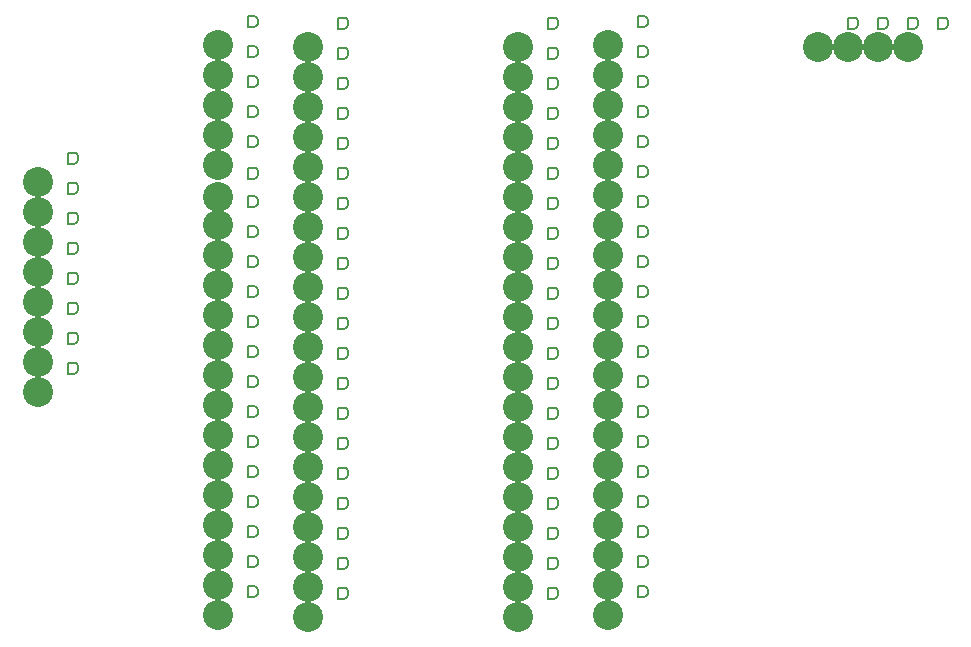
<source format=gbr>
G04 DesignSpark PCB Gerber Version 11.0 Build 5877*
%FSLAX35Y35*%
%MOIN*%
%ADD10C,0.00500*%
%ADD21C,0.10000*%
X0Y0D02*
D02*
D10*
X55250Y111187D02*
Y114937D01*
X57125D01*
X57750Y114625D01*
X58063Y114313D01*
X58375Y113687D01*
Y112437D01*
X58063Y111813D01*
X57750Y111500D01*
X57125Y111187D01*
X55250D01*
Y121187D02*
Y124937D01*
X57125D01*
X57750Y124625D01*
X58063Y124313D01*
X58375Y123687D01*
Y122437D01*
X58063Y121813D01*
X57750Y121500D01*
X57125Y121187D01*
X55250D01*
Y131187D02*
Y134937D01*
X57125D01*
X57750Y134625D01*
X58063Y134313D01*
X58375Y133687D01*
Y132437D01*
X58063Y131813D01*
X57750Y131500D01*
X57125Y131187D01*
X55250D01*
Y141187D02*
Y144937D01*
X57125D01*
X57750Y144625D01*
X58063Y144313D01*
X58375Y143687D01*
Y142437D01*
X58063Y141813D01*
X57750Y141500D01*
X57125Y141187D01*
X55250D01*
Y151187D02*
Y154937D01*
X57125D01*
X57750Y154625D01*
X58063Y154313D01*
X58375Y153687D01*
Y152437D01*
X58063Y151813D01*
X57750Y151500D01*
X57125Y151187D01*
X55250D01*
Y161187D02*
Y164937D01*
X57125D01*
X57750Y164625D01*
X58063Y164313D01*
X58375Y163687D01*
Y162437D01*
X58063Y161813D01*
X57750Y161500D01*
X57125Y161187D01*
X55250D01*
Y171187D02*
Y174937D01*
X57125D01*
X57750Y174625D01*
X58063Y174313D01*
X58375Y173687D01*
Y172437D01*
X58063Y171813D01*
X57750Y171500D01*
X57125Y171187D01*
X55250D01*
Y181187D02*
Y184937D01*
X57125D01*
X57750Y184625D01*
X58063Y184313D01*
X58375Y183687D01*
Y182437D01*
X58063Y181813D01*
X57750Y181500D01*
X57125Y181187D01*
X55250D01*
X115250Y36687D02*
Y40437D01*
X117125D01*
X117750Y40125D01*
X118063Y39813D01*
X118375Y39187D01*
Y37937D01*
X118063Y37313D01*
X117750Y37000D01*
X117125Y36687D01*
X115250D01*
Y46687D02*
Y50437D01*
X117125D01*
X117750Y50125D01*
X118063Y49813D01*
X118375Y49187D01*
Y47937D01*
X118063Y47313D01*
X117750Y47000D01*
X117125Y46687D01*
X115250D01*
Y56687D02*
Y60437D01*
X117125D01*
X117750Y60125D01*
X118063Y59813D01*
X118375Y59187D01*
Y57937D01*
X118063Y57313D01*
X117750Y57000D01*
X117125Y56687D01*
X115250D01*
Y66687D02*
Y70437D01*
X117125D01*
X117750Y70125D01*
X118063Y69813D01*
X118375Y69187D01*
Y67937D01*
X118063Y67313D01*
X117750Y67000D01*
X117125Y66687D01*
X115250D01*
Y76687D02*
Y80437D01*
X117125D01*
X117750Y80125D01*
X118063Y79813D01*
X118375Y79187D01*
Y77937D01*
X118063Y77313D01*
X117750Y77000D01*
X117125Y76687D01*
X115250D01*
Y86687D02*
Y90437D01*
X117125D01*
X117750Y90125D01*
X118063Y89813D01*
X118375Y89187D01*
Y87937D01*
X118063Y87313D01*
X117750Y87000D01*
X117125Y86687D01*
X115250D01*
Y96687D02*
Y100437D01*
X117125D01*
X117750Y100125D01*
X118063Y99813D01*
X118375Y99187D01*
Y97937D01*
X118063Y97313D01*
X117750Y97000D01*
X117125Y96687D01*
X115250D01*
Y106687D02*
Y110437D01*
X117125D01*
X117750Y110125D01*
X118063Y109813D01*
X118375Y109187D01*
Y107937D01*
X118063Y107313D01*
X117750Y107000D01*
X117125Y106687D01*
X115250D01*
Y116687D02*
Y120437D01*
X117125D01*
X117750Y120125D01*
X118063Y119813D01*
X118375Y119187D01*
Y117937D01*
X118063Y117313D01*
X117750Y117000D01*
X117125Y116687D01*
X115250D01*
Y126687D02*
Y130437D01*
X117125D01*
X117750Y130125D01*
X118063Y129813D01*
X118375Y129187D01*
Y127937D01*
X118063Y127313D01*
X117750Y127000D01*
X117125Y126687D01*
X115250D01*
Y136687D02*
Y140437D01*
X117125D01*
X117750Y140125D01*
X118063Y139813D01*
X118375Y139187D01*
Y137937D01*
X118063Y137313D01*
X117750Y137000D01*
X117125Y136687D01*
X115250D01*
Y146687D02*
Y150437D01*
X117125D01*
X117750Y150125D01*
X118063Y149813D01*
X118375Y149187D01*
Y147937D01*
X118063Y147313D01*
X117750Y147000D01*
X117125Y146687D01*
X115250D01*
Y156687D02*
Y160437D01*
X117125D01*
X117750Y160125D01*
X118063Y159813D01*
X118375Y159187D01*
Y157937D01*
X118063Y157313D01*
X117750Y157000D01*
X117125Y156687D01*
X115250D01*
Y166687D02*
Y170437D01*
X117125D01*
X117750Y170125D01*
X118063Y169813D01*
X118375Y169187D01*
Y167937D01*
X118063Y167313D01*
X117750Y167000D01*
X117125Y166687D01*
X115250D01*
Y176187D02*
Y179937D01*
X117125D01*
X117750Y179625D01*
X118063Y179313D01*
X118375Y178687D01*
Y177437D01*
X118063Y176813D01*
X117750Y176500D01*
X117125Y176187D01*
X115250D01*
Y186687D02*
Y190437D01*
X117125D01*
X117750Y190125D01*
X118063Y189813D01*
X118375Y189187D01*
Y187937D01*
X118063Y187313D01*
X117750Y187000D01*
X117125Y186687D01*
X115250D01*
Y196687D02*
Y200437D01*
X117125D01*
X117750Y200125D01*
X118063Y199813D01*
X118375Y199187D01*
Y197937D01*
X118063Y197313D01*
X117750Y197000D01*
X117125Y196687D01*
X115250D01*
Y206687D02*
Y210437D01*
X117125D01*
X117750Y210125D01*
X118063Y209813D01*
X118375Y209187D01*
Y207937D01*
X118063Y207313D01*
X117750Y207000D01*
X117125Y206687D01*
X115250D01*
Y216687D02*
Y220437D01*
X117125D01*
X117750Y220125D01*
X118063Y219813D01*
X118375Y219187D01*
Y217937D01*
X118063Y217313D01*
X117750Y217000D01*
X117125Y216687D01*
X115250D01*
Y226687D02*
Y230437D01*
X117125D01*
X117750Y230125D01*
X118063Y229813D01*
X118375Y229187D01*
Y227937D01*
X118063Y227313D01*
X117750Y227000D01*
X117125Y226687D01*
X115250D01*
X145250Y36187D02*
Y39937D01*
X147125D01*
X147750Y39625D01*
X148063Y39313D01*
X148375Y38687D01*
Y37437D01*
X148063Y36813D01*
X147750Y36500D01*
X147125Y36187D01*
X145250D01*
Y46187D02*
Y49937D01*
X147125D01*
X147750Y49625D01*
X148063Y49313D01*
X148375Y48687D01*
Y47437D01*
X148063Y46813D01*
X147750Y46500D01*
X147125Y46187D01*
X145250D01*
Y56187D02*
Y59937D01*
X147125D01*
X147750Y59625D01*
X148063Y59313D01*
X148375Y58687D01*
Y57437D01*
X148063Y56813D01*
X147750Y56500D01*
X147125Y56187D01*
X145250D01*
Y66187D02*
Y69937D01*
X147125D01*
X147750Y69625D01*
X148063Y69313D01*
X148375Y68687D01*
Y67437D01*
X148063Y66813D01*
X147750Y66500D01*
X147125Y66187D01*
X145250D01*
Y76187D02*
Y79937D01*
X147125D01*
X147750Y79625D01*
X148063Y79313D01*
X148375Y78687D01*
Y77437D01*
X148063Y76813D01*
X147750Y76500D01*
X147125Y76187D01*
X145250D01*
Y86187D02*
Y89937D01*
X147125D01*
X147750Y89625D01*
X148063Y89313D01*
X148375Y88687D01*
Y87437D01*
X148063Y86813D01*
X147750Y86500D01*
X147125Y86187D01*
X145250D01*
Y96187D02*
Y99937D01*
X147125D01*
X147750Y99625D01*
X148063Y99313D01*
X148375Y98687D01*
Y97437D01*
X148063Y96813D01*
X147750Y96500D01*
X147125Y96187D01*
X145250D01*
Y106187D02*
Y109937D01*
X147125D01*
X147750Y109625D01*
X148063Y109313D01*
X148375Y108687D01*
Y107437D01*
X148063Y106813D01*
X147750Y106500D01*
X147125Y106187D01*
X145250D01*
Y116187D02*
Y119937D01*
X147125D01*
X147750Y119625D01*
X148063Y119313D01*
X148375Y118687D01*
Y117437D01*
X148063Y116813D01*
X147750Y116500D01*
X147125Y116187D01*
X145250D01*
Y126187D02*
Y129937D01*
X147125D01*
X147750Y129625D01*
X148063Y129313D01*
X148375Y128687D01*
Y127437D01*
X148063Y126813D01*
X147750Y126500D01*
X147125Y126187D01*
X145250D01*
Y136187D02*
Y139937D01*
X147125D01*
X147750Y139625D01*
X148063Y139313D01*
X148375Y138687D01*
Y137437D01*
X148063Y136813D01*
X147750Y136500D01*
X147125Y136187D01*
X145250D01*
Y146187D02*
Y149937D01*
X147125D01*
X147750Y149625D01*
X148063Y149313D01*
X148375Y148687D01*
Y147437D01*
X148063Y146813D01*
X147750Y146500D01*
X147125Y146187D01*
X145250D01*
Y156187D02*
Y159937D01*
X147125D01*
X147750Y159625D01*
X148063Y159313D01*
X148375Y158687D01*
Y157437D01*
X148063Y156813D01*
X147750Y156500D01*
X147125Y156187D01*
X145250D01*
Y166187D02*
Y169937D01*
X147125D01*
X147750Y169625D01*
X148063Y169313D01*
X148375Y168687D01*
Y167437D01*
X148063Y166813D01*
X147750Y166500D01*
X147125Y166187D01*
X145250D01*
Y176187D02*
Y179937D01*
X147125D01*
X147750Y179625D01*
X148063Y179313D01*
X148375Y178687D01*
Y177437D01*
X148063Y176813D01*
X147750Y176500D01*
X147125Y176187D01*
X145250D01*
Y186187D02*
Y189937D01*
X147125D01*
X147750Y189625D01*
X148063Y189313D01*
X148375Y188687D01*
Y187437D01*
X148063Y186813D01*
X147750Y186500D01*
X147125Y186187D01*
X145250D01*
Y196187D02*
Y199937D01*
X147125D01*
X147750Y199625D01*
X148063Y199313D01*
X148375Y198687D01*
Y197437D01*
X148063Y196813D01*
X147750Y196500D01*
X147125Y196187D01*
X145250D01*
Y206187D02*
Y209937D01*
X147125D01*
X147750Y209625D01*
X148063Y209313D01*
X148375Y208687D01*
Y207437D01*
X148063Y206813D01*
X147750Y206500D01*
X147125Y206187D01*
X145250D01*
Y216187D02*
Y219937D01*
X147125D01*
X147750Y219625D01*
X148063Y219313D01*
X148375Y218687D01*
Y217437D01*
X148063Y216813D01*
X147750Y216500D01*
X147125Y216187D01*
X145250D01*
Y226187D02*
Y229937D01*
X147125D01*
X147750Y229625D01*
X148063Y229313D01*
X148375Y228687D01*
Y227437D01*
X148063Y226813D01*
X147750Y226500D01*
X147125Y226187D01*
X145250D01*
X215250Y36187D02*
Y39937D01*
X217125D01*
X217750Y39625D01*
X218063Y39313D01*
X218375Y38687D01*
Y37437D01*
X218063Y36813D01*
X217750Y36500D01*
X217125Y36187D01*
X215250D01*
Y46187D02*
Y49937D01*
X217125D01*
X217750Y49625D01*
X218063Y49313D01*
X218375Y48687D01*
Y47437D01*
X218063Y46813D01*
X217750Y46500D01*
X217125Y46187D01*
X215250D01*
Y56187D02*
Y59937D01*
X217125D01*
X217750Y59625D01*
X218063Y59313D01*
X218375Y58687D01*
Y57437D01*
X218063Y56813D01*
X217750Y56500D01*
X217125Y56187D01*
X215250D01*
Y66187D02*
Y69937D01*
X217125D01*
X217750Y69625D01*
X218063Y69313D01*
X218375Y68687D01*
Y67437D01*
X218063Y66813D01*
X217750Y66500D01*
X217125Y66187D01*
X215250D01*
Y76187D02*
Y79937D01*
X217125D01*
X217750Y79625D01*
X218063Y79313D01*
X218375Y78687D01*
Y77437D01*
X218063Y76813D01*
X217750Y76500D01*
X217125Y76187D01*
X215250D01*
Y86187D02*
Y89937D01*
X217125D01*
X217750Y89625D01*
X218063Y89313D01*
X218375Y88687D01*
Y87437D01*
X218063Y86813D01*
X217750Y86500D01*
X217125Y86187D01*
X215250D01*
Y96187D02*
Y99937D01*
X217125D01*
X217750Y99625D01*
X218063Y99313D01*
X218375Y98687D01*
Y97437D01*
X218063Y96813D01*
X217750Y96500D01*
X217125Y96187D01*
X215250D01*
Y106187D02*
Y109937D01*
X217125D01*
X217750Y109625D01*
X218063Y109313D01*
X218375Y108687D01*
Y107437D01*
X218063Y106813D01*
X217750Y106500D01*
X217125Y106187D01*
X215250D01*
Y116187D02*
Y119937D01*
X217125D01*
X217750Y119625D01*
X218063Y119313D01*
X218375Y118687D01*
Y117437D01*
X218063Y116813D01*
X217750Y116500D01*
X217125Y116187D01*
X215250D01*
Y126187D02*
Y129937D01*
X217125D01*
X217750Y129625D01*
X218063Y129313D01*
X218375Y128687D01*
Y127437D01*
X218063Y126813D01*
X217750Y126500D01*
X217125Y126187D01*
X215250D01*
Y136187D02*
Y139937D01*
X217125D01*
X217750Y139625D01*
X218063Y139313D01*
X218375Y138687D01*
Y137437D01*
X218063Y136813D01*
X217750Y136500D01*
X217125Y136187D01*
X215250D01*
Y146187D02*
Y149937D01*
X217125D01*
X217750Y149625D01*
X218063Y149313D01*
X218375Y148687D01*
Y147437D01*
X218063Y146813D01*
X217750Y146500D01*
X217125Y146187D01*
X215250D01*
Y156187D02*
Y159937D01*
X217125D01*
X217750Y159625D01*
X218063Y159313D01*
X218375Y158687D01*
Y157437D01*
X218063Y156813D01*
X217750Y156500D01*
X217125Y156187D01*
X215250D01*
Y166187D02*
Y169937D01*
X217125D01*
X217750Y169625D01*
X218063Y169313D01*
X218375Y168687D01*
Y167437D01*
X218063Y166813D01*
X217750Y166500D01*
X217125Y166187D01*
X215250D01*
Y176187D02*
Y179937D01*
X217125D01*
X217750Y179625D01*
X218063Y179313D01*
X218375Y178687D01*
Y177437D01*
X218063Y176813D01*
X217750Y176500D01*
X217125Y176187D01*
X215250D01*
Y186187D02*
Y189937D01*
X217125D01*
X217750Y189625D01*
X218063Y189313D01*
X218375Y188687D01*
Y187437D01*
X218063Y186813D01*
X217750Y186500D01*
X217125Y186187D01*
X215250D01*
Y196187D02*
Y199937D01*
X217125D01*
X217750Y199625D01*
X218063Y199313D01*
X218375Y198687D01*
Y197437D01*
X218063Y196813D01*
X217750Y196500D01*
X217125Y196187D01*
X215250D01*
Y206187D02*
Y209937D01*
X217125D01*
X217750Y209625D01*
X218063Y209313D01*
X218375Y208687D01*
Y207437D01*
X218063Y206813D01*
X217750Y206500D01*
X217125Y206187D01*
X215250D01*
Y216187D02*
Y219937D01*
X217125D01*
X217750Y219625D01*
X218063Y219313D01*
X218375Y218687D01*
Y217437D01*
X218063Y216813D01*
X217750Y216500D01*
X217125Y216187D01*
X215250D01*
Y226187D02*
Y229937D01*
X217125D01*
X217750Y229625D01*
X218063Y229313D01*
X218375Y228687D01*
Y227437D01*
X218063Y226813D01*
X217750Y226500D01*
X217125Y226187D01*
X215250D01*
X245250Y36687D02*
Y40437D01*
X247125D01*
X247750Y40125D01*
X248063Y39813D01*
X248375Y39187D01*
Y37937D01*
X248063Y37313D01*
X247750Y37000D01*
X247125Y36687D01*
X245250D01*
Y46687D02*
Y50437D01*
X247125D01*
X247750Y50125D01*
X248063Y49813D01*
X248375Y49187D01*
Y47937D01*
X248063Y47313D01*
X247750Y47000D01*
X247125Y46687D01*
X245250D01*
Y56687D02*
Y60437D01*
X247125D01*
X247750Y60125D01*
X248063Y59813D01*
X248375Y59187D01*
Y57937D01*
X248063Y57313D01*
X247750Y57000D01*
X247125Y56687D01*
X245250D01*
Y66687D02*
Y70437D01*
X247125D01*
X247750Y70125D01*
X248063Y69813D01*
X248375Y69187D01*
Y67937D01*
X248063Y67313D01*
X247750Y67000D01*
X247125Y66687D01*
X245250D01*
Y76687D02*
Y80437D01*
X247125D01*
X247750Y80125D01*
X248063Y79813D01*
X248375Y79187D01*
Y77937D01*
X248063Y77313D01*
X247750Y77000D01*
X247125Y76687D01*
X245250D01*
Y86687D02*
Y90437D01*
X247125D01*
X247750Y90125D01*
X248063Y89813D01*
X248375Y89187D01*
Y87937D01*
X248063Y87313D01*
X247750Y87000D01*
X247125Y86687D01*
X245250D01*
Y96687D02*
Y100437D01*
X247125D01*
X247750Y100125D01*
X248063Y99813D01*
X248375Y99187D01*
Y97937D01*
X248063Y97313D01*
X247750Y97000D01*
X247125Y96687D01*
X245250D01*
Y106687D02*
Y110437D01*
X247125D01*
X247750Y110125D01*
X248063Y109813D01*
X248375Y109187D01*
Y107937D01*
X248063Y107313D01*
X247750Y107000D01*
X247125Y106687D01*
X245250D01*
Y116687D02*
Y120437D01*
X247125D01*
X247750Y120125D01*
X248063Y119813D01*
X248375Y119187D01*
Y117937D01*
X248063Y117313D01*
X247750Y117000D01*
X247125Y116687D01*
X245250D01*
Y126687D02*
Y130437D01*
X247125D01*
X247750Y130125D01*
X248063Y129813D01*
X248375Y129187D01*
Y127937D01*
X248063Y127313D01*
X247750Y127000D01*
X247125Y126687D01*
X245250D01*
Y136687D02*
Y140437D01*
X247125D01*
X247750Y140125D01*
X248063Y139813D01*
X248375Y139187D01*
Y137937D01*
X248063Y137313D01*
X247750Y137000D01*
X247125Y136687D01*
X245250D01*
Y146687D02*
Y150437D01*
X247125D01*
X247750Y150125D01*
X248063Y149813D01*
X248375Y149187D01*
Y147937D01*
X248063Y147313D01*
X247750Y147000D01*
X247125Y146687D01*
X245250D01*
Y156687D02*
Y160437D01*
X247125D01*
X247750Y160125D01*
X248063Y159813D01*
X248375Y159187D01*
Y157937D01*
X248063Y157313D01*
X247750Y157000D01*
X247125Y156687D01*
X245250D01*
Y166687D02*
Y170437D01*
X247125D01*
X247750Y170125D01*
X248063Y169813D01*
X248375Y169187D01*
Y167937D01*
X248063Y167313D01*
X247750Y167000D01*
X247125Y166687D01*
X245250D01*
Y176687D02*
Y180437D01*
X247125D01*
X247750Y180125D01*
X248063Y179813D01*
X248375Y179187D01*
Y177937D01*
X248063Y177313D01*
X247750Y177000D01*
X247125Y176687D01*
X245250D01*
Y186687D02*
Y190437D01*
X247125D01*
X247750Y190125D01*
X248063Y189813D01*
X248375Y189187D01*
Y187937D01*
X248063Y187313D01*
X247750Y187000D01*
X247125Y186687D01*
X245250D01*
Y196687D02*
Y200437D01*
X247125D01*
X247750Y200125D01*
X248063Y199813D01*
X248375Y199187D01*
Y197937D01*
X248063Y197313D01*
X247750Y197000D01*
X247125Y196687D01*
X245250D01*
Y206687D02*
Y210437D01*
X247125D01*
X247750Y210125D01*
X248063Y209813D01*
X248375Y209187D01*
Y207937D01*
X248063Y207313D01*
X247750Y207000D01*
X247125Y206687D01*
X245250D01*
Y216687D02*
Y220437D01*
X247125D01*
X247750Y220125D01*
X248063Y219813D01*
X248375Y219187D01*
Y217937D01*
X248063Y217313D01*
X247750Y217000D01*
X247125Y216687D01*
X245250D01*
Y226687D02*
Y230437D01*
X247125D01*
X247750Y230125D01*
X248063Y229813D01*
X248375Y229187D01*
Y227937D01*
X248063Y227313D01*
X247750Y227000D01*
X247125Y226687D01*
X245250D01*
X315250Y226187D02*
Y229937D01*
X317125D01*
X317750Y229625D01*
X318063Y229313D01*
X318375Y228687D01*
Y227437D01*
X318063Y226813D01*
X317750Y226500D01*
X317125Y226187D01*
X315250D01*
X325250D02*
Y229937D01*
X327125D01*
X327750Y229625D01*
X328063Y229313D01*
X328375Y228687D01*
Y227437D01*
X328063Y226813D01*
X327750Y226500D01*
X327125Y226187D01*
X325250D01*
X335250D02*
Y229937D01*
X337125D01*
X337750Y229625D01*
X338063Y229313D01*
X338375Y228687D01*
Y227437D01*
X338063Y226813D01*
X337750Y226500D01*
X337125Y226187D01*
X335250D01*
X345250D02*
Y229937D01*
X347125D01*
X347750Y229625D01*
X348063Y229313D01*
X348375Y228687D01*
Y227437D01*
X348063Y226813D01*
X347750Y226500D01*
X347125Y226187D01*
X345250D01*
D02*
D21*
X45250Y105250D03*
Y115250D03*
Y125250D03*
Y135250D03*
Y145250D03*
Y155250D03*
Y165250D03*
Y175250D03*
X105250Y30750D03*
Y40750D03*
Y50750D03*
Y60750D03*
Y70750D03*
Y80750D03*
Y90750D03*
Y100750D03*
Y110750D03*
Y120750D03*
Y130750D03*
Y140750D03*
Y150750D03*
Y160750D03*
Y170250D03*
Y180750D03*
Y190750D03*
Y200750D03*
Y210750D03*
Y220750D03*
X135250Y30250D03*
Y40250D03*
Y50250D03*
Y60250D03*
Y70250D03*
Y80250D03*
Y90250D03*
Y100250D03*
Y110250D03*
Y120250D03*
Y130250D03*
Y140250D03*
Y150250D03*
Y160250D03*
Y170250D03*
Y180250D03*
Y190250D03*
Y200250D03*
Y210250D03*
Y220250D03*
X205250Y30250D03*
Y40250D03*
Y50250D03*
Y60250D03*
Y70250D03*
Y80250D03*
Y90250D03*
Y100250D03*
Y110250D03*
Y120250D03*
Y130250D03*
Y140250D03*
Y150250D03*
Y160250D03*
Y170250D03*
Y180250D03*
Y190250D03*
Y200250D03*
Y210250D03*
Y220250D03*
X235250Y30750D03*
Y40750D03*
Y50750D03*
Y60750D03*
Y70750D03*
Y80750D03*
Y90750D03*
Y100750D03*
Y110750D03*
Y120750D03*
Y130750D03*
Y140750D03*
Y150750D03*
Y160750D03*
Y170750D03*
Y180750D03*
Y190750D03*
Y200750D03*
Y210750D03*
Y220750D03*
X305250Y220250D03*
X315250D03*
X325250D03*
X335250D03*
X0Y0D02*
M02*

</source>
